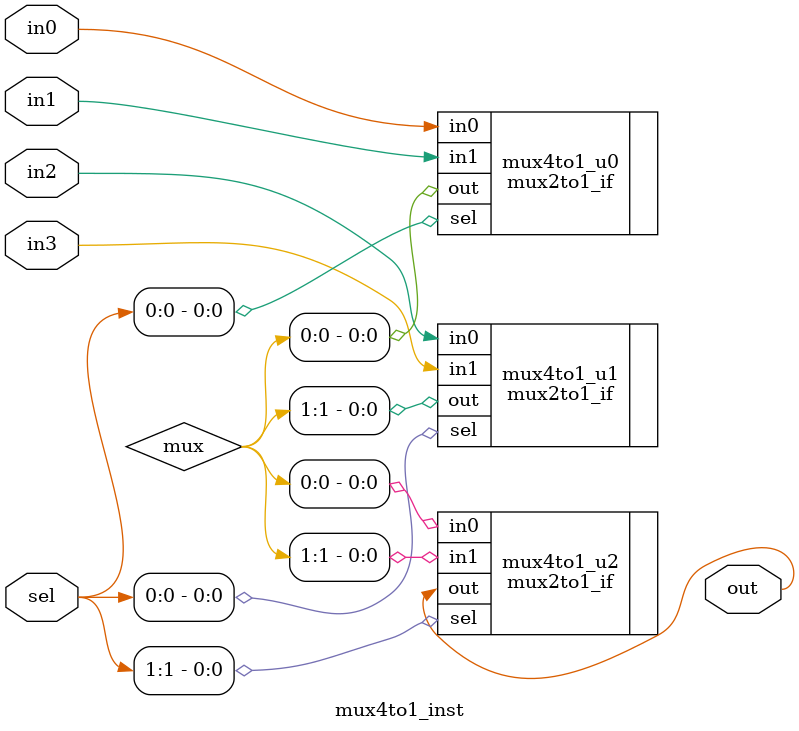
<source format=v>
module mux4to1_if( out, in0, in1, in2, in3, sel);

output out  ;

input  in0  ;
input  in1  ;
input  in2  ;
input  in3  ;
input  [1:0] sel  ;


reg out ;

always @(*) begin
	if(sel == 2'b00) begin
		out = in0 ;
	end else if(sel == 2'b01) begin
		out = in1 ;
	end else if(sel == 2'b10) begin
		out = in2 ;
	end else begin
		out = in3 ;
	end
end
endmodule
///////////////////////////////////////
module mux4to1_case(out, in0, in1, in2, in3, sel);

output out  ;

input  in0  ;
input  in1  ;
input  in2  ;
input  in3  ;
input [1:0] sel  ;

reg  out  ;

always @(*)begin
	case(sel)
		2'b00 : out = in0;
		2'b01 : out = in1;
		2'b10 : out = in2;		
		2'b11 : out = in3;
	endcase
end
endmodule
//////////////////////////////////////
module mux4to1_inst(out, in0, in1, in2, in3, sel);

output out  ;

input  in0  ;
input  in1  ;
input  in2  ;
input  in3  ;
input [1:0] sel  ;

wire  [1:0] mux  ;

mux2to1_if	mux4to1_u0( .out ( mux[0] ),
    			    .in0 ( in0    ),
			    .in1 ( in1    ),
			    .sel ( sel[0] ));

mux2to1_if	mux4to1_u1( .out ( mux[1] ),
    			    .in0 ( in2    ),
			    .in1 ( in3    ),
			    .sel ( sel[0] ));

mux2to1_if	mux4to1_u2( .out ( out    ),
    			    .in0 ( mux[0] ),
			    .in1 ( mux[1] ),
			    .sel ( sel[1] ));
endmodule
























</source>
